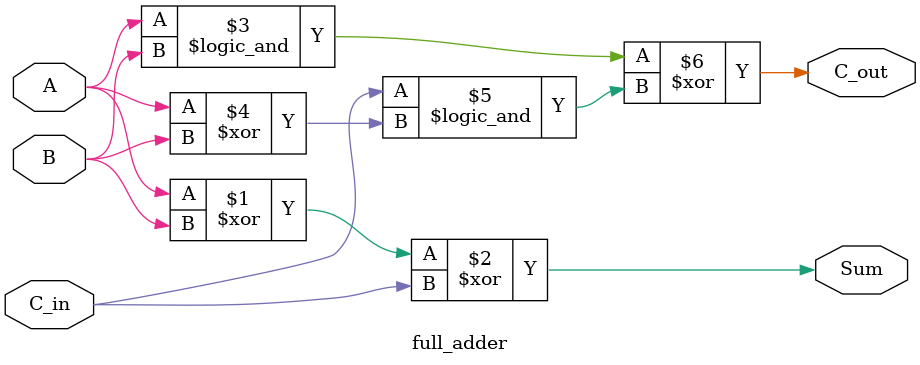
<source format=sv>
module full_adder(
    input logic A,
    input logic B,
    input logic C_in,
    output logic Sum,
    output logic C_out
);
 assign Sum = A^B^C_in;
 assign C_out = ((A && B) ^ (C_in && ( A ^ B)));
endmodule
</source>
